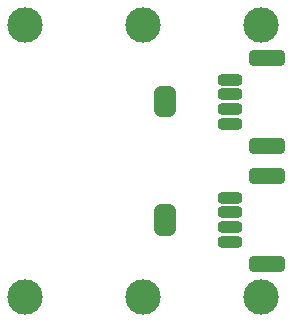
<source format=gbr>
%TF.GenerationSoftware,KiCad,Pcbnew,7.0.7-7.0.7~ubuntu23.04.1*%
%TF.CreationDate,2023-10-02T10:33:11+00:00*%
%TF.ProjectId,TFI2CADT01,54464932-4341-4445-9430-312e6b696361,rev?*%
%TF.SameCoordinates,PX7a53eb0PY6e37550*%
%TF.FileFunction,Soldermask,Top*%
%TF.FilePolarity,Negative*%
%FSLAX46Y46*%
G04 Gerber Fmt 4.6, Leading zero omitted, Abs format (unit mm)*
G04 Created by KiCad (PCBNEW 7.0.7-7.0.7~ubuntu23.04.1) date 2023-10-02 10:33:11*
%MOMM*%
%LPD*%
G01*
G04 APERTURE LIST*
G04 Aperture macros list*
%AMRoundRect*
0 Rectangle with rounded corners*
0 $1 Rounding radius*
0 $2 $3 $4 $5 $6 $7 $8 $9 X,Y pos of 4 corners*
0 Add a 4 corners polygon primitive as box body*
4,1,4,$2,$3,$4,$5,$6,$7,$8,$9,$2,$3,0*
0 Add four circle primitives for the rounded corners*
1,1,$1+$1,$2,$3*
1,1,$1+$1,$4,$5*
1,1,$1+$1,$6,$7*
1,1,$1+$1,$8,$9*
0 Add four rect primitives between the rounded corners*
20,1,$1+$1,$2,$3,$4,$5,0*
20,1,$1+$1,$4,$5,$6,$7,0*
20,1,$1+$1,$6,$7,$8,$9,0*
20,1,$1+$1,$8,$9,$2,$3,0*%
%AMFreePoly0*
4,1,40,0.586777,0.930194,0.656366,0.874698,0.694986,0.794504,0.700000,0.750000,0.700000,-0.750000,0.680194,-0.836777,0.624698,-0.906366,0.544504,-0.944986,0.500000,-0.950000,0.000000,-0.950000,-0.022297,-0.944911,-0.071157,-0.944911,-0.127504,-0.936810,-0.264055,-0.896715,-0.315837,-0.873066,-0.435559,-0.796125,-0.478580,-0.758847,-0.571777,-0.651292,-0.602554,-0.603402,-0.661673,-0.473948,
-0.677710,-0.419330,-0.697964,-0.278464,-0.700000,-0.250000,-0.700000,0.250000,-0.697964,0.278464,-0.677710,0.419330,-0.661673,0.473948,-0.602554,0.603402,-0.571777,0.651292,-0.478580,0.758847,-0.435559,0.796125,-0.315837,0.873066,-0.264055,0.896715,-0.127504,0.936810,-0.071157,0.944911,-0.044660,0.944911,-0.044504,0.944986,0.000000,0.950000,0.500000,0.950000,0.586777,0.930194,
0.586777,0.930194,$1*%
%AMFreePoly1*
4,1,40,0.022297,0.944911,0.071157,0.944911,0.127504,0.936810,0.264055,0.896715,0.315837,0.873066,0.435559,0.796125,0.478580,0.758847,0.571777,0.651292,0.602554,0.603402,0.661673,0.473948,0.677710,0.419330,0.697964,0.278464,0.700000,0.250000,0.700000,-0.250000,0.697964,-0.278464,0.677710,-0.419330,0.661673,-0.473948,0.602554,-0.603402,0.571777,-0.651292,0.478580,-0.758847,
0.435559,-0.796125,0.315837,-0.873066,0.264055,-0.896715,0.127504,-0.936810,0.071157,-0.944911,0.044660,-0.944911,0.044504,-0.944986,0.000000,-0.950000,-0.500000,-0.950000,-0.586777,-0.930194,-0.656366,-0.874698,-0.694986,-0.794504,-0.700000,-0.750000,-0.700000,0.750000,-0.680194,0.836777,-0.624698,0.906366,-0.544504,0.944986,-0.500000,0.950000,0.000000,0.950000,0.022297,0.944911,
0.022297,0.944911,$1*%
G04 Aperture macros list end*
%ADD10C,3.000000*%
%ADD11FreePoly0,270.000000*%
%ADD12FreePoly1,270.000000*%
%ADD13FreePoly0,90.000000*%
%ADD14FreePoly1,90.000000*%
%ADD15RoundRect,0.350000X0.700000X-0.150000X0.700000X0.150000X-0.700000X0.150000X-0.700000X-0.150000X0*%
%ADD16RoundRect,0.450000X1.100000X-0.250000X1.100000X0.250000X-1.100000X0.250000X-1.100000X-0.250000X0*%
G04 APERTURE END LIST*
D10*
%TO.C,M3*%
X2500000Y0D03*
%TD*%
%TO.C,M4*%
X2500000Y23000000D03*
%TD*%
%TO.C,M5*%
X22500000Y23000000D03*
%TD*%
D11*
%TO.C,JP1*%
X14346000Y7144000D03*
D12*
X14346000Y5844000D03*
%TD*%
D13*
%TO.C,JP2*%
X14346000Y15844000D03*
D14*
X14346000Y17144000D03*
%TD*%
D10*
%TO.C,M2*%
X12500000Y23000000D03*
%TD*%
%TO.C,M6*%
X22500000Y0D03*
%TD*%
D15*
%TO.C,J6*%
X19850000Y14625000D03*
X19850000Y15875000D03*
X19850000Y17125000D03*
X19850000Y18375000D03*
D16*
X23050000Y12775000D03*
X23050000Y20225000D03*
%TD*%
D10*
%TO.C,M1*%
X12500000Y0D03*
%TD*%
D15*
%TO.C,J4*%
X19850000Y4625000D03*
X19850000Y5875000D03*
X19850000Y7125000D03*
X19850000Y8375000D03*
D16*
X23050000Y2775000D03*
X23050000Y10225000D03*
%TD*%
M02*

</source>
